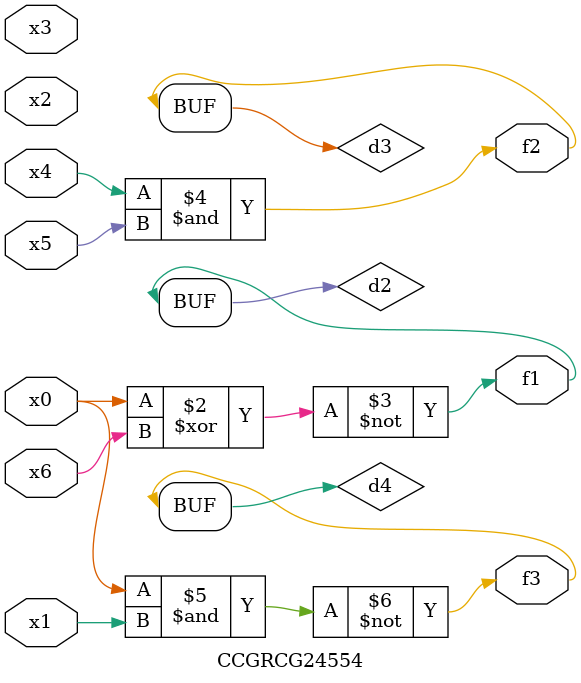
<source format=v>
module CCGRCG24554(
	input x0, x1, x2, x3, x4, x5, x6,
	output f1, f2, f3
);

	wire d1, d2, d3, d4;

	nor (d1, x0);
	xnor (d2, x0, x6);
	and (d3, x4, x5);
	nand (d4, x0, x1);
	assign f1 = d2;
	assign f2 = d3;
	assign f3 = d4;
endmodule

</source>
